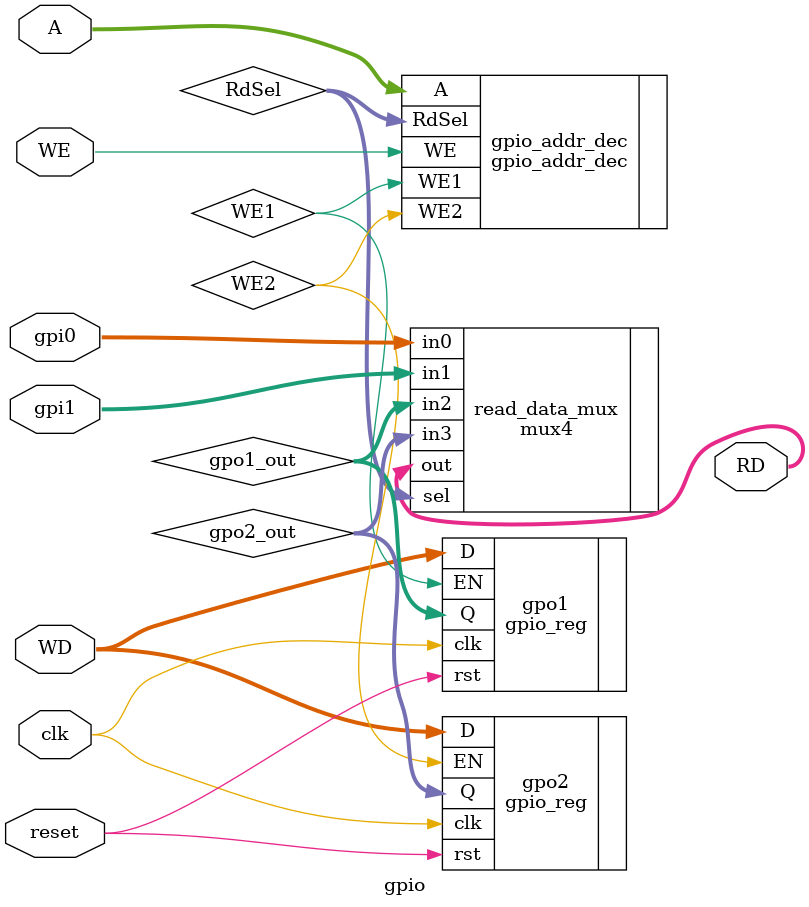
<source format=v>
module gpio(
        input wire clk,
        input wire reset,
        input wire [1:0] A,
        input wire WE,
        input wire [31:0] WD,
        input wire [31:0] gpi0,
        input wire [31:0] gpi1,
        output wire [31:0] RD
    );

    wire WE1;
    wire WE2;
    wire [1:0] RdSel;
    wire [31:0] gpo1_out;
    wire [31:0] gpo2_out;

    gpio_addr_dec gpio_addr_dec(
        .WE(WE),
        .A(A),
        .WE1(WE1),
        .WE2(WE2),
        .RdSel(RdSel)
    );

    gpio_reg #(32) gpo1(
        .clk(clk),
        .rst(reset),
        .D(WD),
        .EN(WE1),
        .Q(gpo1_out)
    );

    gpio_reg #(32) gpo2(
        .clk(clk),
        .rst(reset),
        .D(WD),
        .EN(WE2),
        .Q(gpo2_out)
    );

    mux4 #(32) read_data_mux(
        .sel(RdSel),
        .in0(gpi0),
        .in1(gpi1),
        .in2(gpo1_out),
        .in3(gpo2_out),
        .out(RD)
    );

endmodule
</source>
